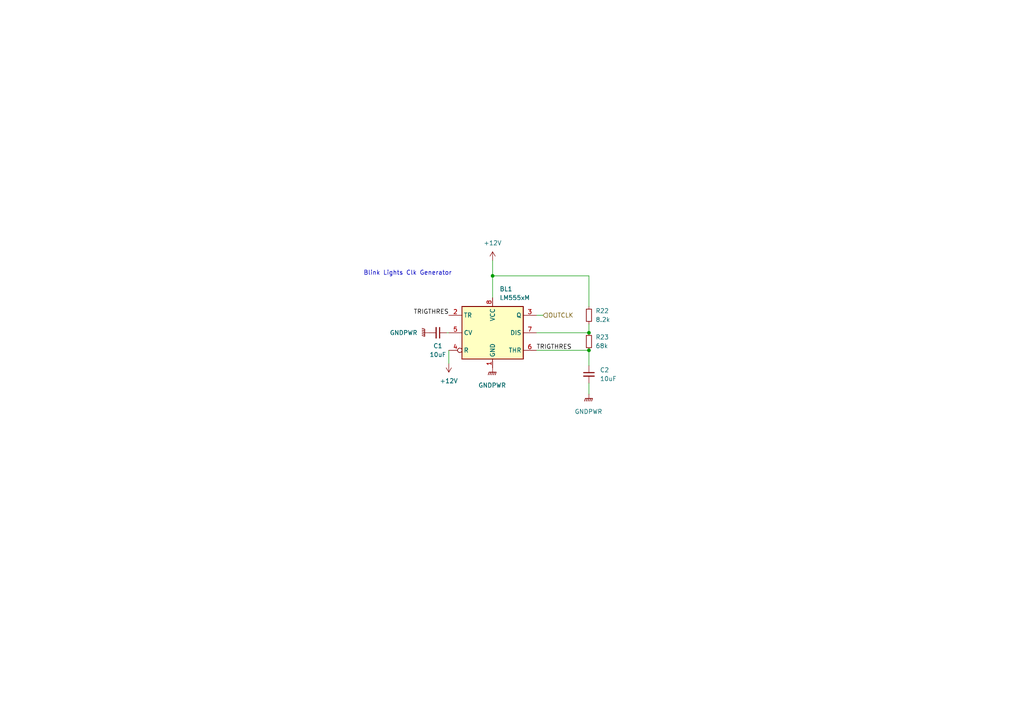
<source format=kicad_sch>
(kicad_sch (version 20211123) (generator eeschema)

  (uuid 95eeee01-7df2-473d-a124-b5fb91aabf07)

  (paper "A4")

  (lib_symbols
    (symbol "Device:C_Small" (pin_numbers hide) (pin_names (offset 0.254) hide) (in_bom yes) (on_board yes)
      (property "Reference" "C" (id 0) (at 0.254 1.778 0)
        (effects (font (size 1.27 1.27)) (justify left))
      )
      (property "Value" "C_Small" (id 1) (at 0.254 -2.032 0)
        (effects (font (size 1.27 1.27)) (justify left))
      )
      (property "Footprint" "" (id 2) (at 0 0 0)
        (effects (font (size 1.27 1.27)) hide)
      )
      (property "Datasheet" "~" (id 3) (at 0 0 0)
        (effects (font (size 1.27 1.27)) hide)
      )
      (property "ki_keywords" "capacitor cap" (id 4) (at 0 0 0)
        (effects (font (size 1.27 1.27)) hide)
      )
      (property "ki_description" "Unpolarized capacitor, small symbol" (id 5) (at 0 0 0)
        (effects (font (size 1.27 1.27)) hide)
      )
      (property "ki_fp_filters" "C_*" (id 6) (at 0 0 0)
        (effects (font (size 1.27 1.27)) hide)
      )
      (symbol "C_Small_0_1"
        (polyline
          (pts
            (xy -1.524 -0.508)
            (xy 1.524 -0.508)
          )
          (stroke (width 0.3302) (type default) (color 0 0 0 0))
          (fill (type none))
        )
        (polyline
          (pts
            (xy -1.524 0.508)
            (xy 1.524 0.508)
          )
          (stroke (width 0.3048) (type default) (color 0 0 0 0))
          (fill (type none))
        )
      )
      (symbol "C_Small_1_1"
        (pin passive line (at 0 2.54 270) (length 2.032)
          (name "~" (effects (font (size 1.27 1.27))))
          (number "1" (effects (font (size 1.27 1.27))))
        )
        (pin passive line (at 0 -2.54 90) (length 2.032)
          (name "~" (effects (font (size 1.27 1.27))))
          (number "2" (effects (font (size 1.27 1.27))))
        )
      )
    )
    (symbol "Device:R_Small" (pin_numbers hide) (pin_names (offset 0.254) hide) (in_bom yes) (on_board yes)
      (property "Reference" "R" (id 0) (at 0.762 0.508 0)
        (effects (font (size 1.27 1.27)) (justify left))
      )
      (property "Value" "R_Small" (id 1) (at 0.762 -1.016 0)
        (effects (font (size 1.27 1.27)) (justify left))
      )
      (property "Footprint" "" (id 2) (at 0 0 0)
        (effects (font (size 1.27 1.27)) hide)
      )
      (property "Datasheet" "~" (id 3) (at 0 0 0)
        (effects (font (size 1.27 1.27)) hide)
      )
      (property "ki_keywords" "R resistor" (id 4) (at 0 0 0)
        (effects (font (size 1.27 1.27)) hide)
      )
      (property "ki_description" "Resistor, small symbol" (id 5) (at 0 0 0)
        (effects (font (size 1.27 1.27)) hide)
      )
      (property "ki_fp_filters" "R_*" (id 6) (at 0 0 0)
        (effects (font (size 1.27 1.27)) hide)
      )
      (symbol "R_Small_0_1"
        (rectangle (start -0.762 1.778) (end 0.762 -1.778)
          (stroke (width 0.2032) (type default) (color 0 0 0 0))
          (fill (type none))
        )
      )
      (symbol "R_Small_1_1"
        (pin passive line (at 0 2.54 270) (length 0.762)
          (name "~" (effects (font (size 1.27 1.27))))
          (number "1" (effects (font (size 1.27 1.27))))
        )
        (pin passive line (at 0 -2.54 90) (length 0.762)
          (name "~" (effects (font (size 1.27 1.27))))
          (number "2" (effects (font (size 1.27 1.27))))
        )
      )
    )
    (symbol "Timer:LM555xM" (in_bom yes) (on_board yes)
      (property "Reference" "U" (id 0) (at -10.16 8.89 0)
        (effects (font (size 1.27 1.27)) (justify left))
      )
      (property "Value" "LM555xM" (id 1) (at 2.54 8.89 0)
        (effects (font (size 1.27 1.27)) (justify left))
      )
      (property "Footprint" "Package_SO:SOIC-8_3.9x4.9mm_P1.27mm" (id 2) (at 21.59 -10.16 0)
        (effects (font (size 1.27 1.27)) hide)
      )
      (property "Datasheet" "http://www.ti.com/lit/ds/symlink/lm555.pdf" (id 3) (at 21.59 -10.16 0)
        (effects (font (size 1.27 1.27)) hide)
      )
      (property "ki_keywords" "single timer 555" (id 4) (at 0 0 0)
        (effects (font (size 1.27 1.27)) hide)
      )
      (property "ki_description" "Timer, 555 compatible, SOIC-8" (id 5) (at 0 0 0)
        (effects (font (size 1.27 1.27)) hide)
      )
      (property "ki_fp_filters" "SOIC*3.9x4.9mm*P1.27mm*" (id 6) (at 0 0 0)
        (effects (font (size 1.27 1.27)) hide)
      )
      (symbol "LM555xM_0_0"
        (pin power_in line (at 0 -10.16 90) (length 2.54)
          (name "GND" (effects (font (size 1.27 1.27))))
          (number "1" (effects (font (size 1.27 1.27))))
        )
        (pin power_in line (at 0 10.16 270) (length 2.54)
          (name "VCC" (effects (font (size 1.27 1.27))))
          (number "8" (effects (font (size 1.27 1.27))))
        )
      )
      (symbol "LM555xM_0_1"
        (rectangle (start -8.89 -7.62) (end 8.89 7.62)
          (stroke (width 0.254) (type default) (color 0 0 0 0))
          (fill (type background))
        )
        (rectangle (start -8.89 -7.62) (end 8.89 7.62)
          (stroke (width 0.254) (type default) (color 0 0 0 0))
          (fill (type background))
        )
      )
      (symbol "LM555xM_1_1"
        (pin input line (at -12.7 5.08 0) (length 3.81)
          (name "TR" (effects (font (size 1.27 1.27))))
          (number "2" (effects (font (size 1.27 1.27))))
        )
        (pin output line (at 12.7 5.08 180) (length 3.81)
          (name "Q" (effects (font (size 1.27 1.27))))
          (number "3" (effects (font (size 1.27 1.27))))
        )
        (pin input inverted (at -12.7 -5.08 0) (length 3.81)
          (name "R" (effects (font (size 1.27 1.27))))
          (number "4" (effects (font (size 1.27 1.27))))
        )
        (pin input line (at -12.7 0 0) (length 3.81)
          (name "CV" (effects (font (size 1.27 1.27))))
          (number "5" (effects (font (size 1.27 1.27))))
        )
        (pin input line (at 12.7 -5.08 180) (length 3.81)
          (name "THR" (effects (font (size 1.27 1.27))))
          (number "6" (effects (font (size 1.27 1.27))))
        )
        (pin input line (at 12.7 0 180) (length 3.81)
          (name "DIS" (effects (font (size 1.27 1.27))))
          (number "7" (effects (font (size 1.27 1.27))))
        )
      )
    )
    (symbol "power:+12V" (power) (pin_names (offset 0)) (in_bom yes) (on_board yes)
      (property "Reference" "#PWR" (id 0) (at 0 -3.81 0)
        (effects (font (size 1.27 1.27)) hide)
      )
      (property "Value" "+12V" (id 1) (at 0 3.556 0)
        (effects (font (size 1.27 1.27)))
      )
      (property "Footprint" "" (id 2) (at 0 0 0)
        (effects (font (size 1.27 1.27)) hide)
      )
      (property "Datasheet" "" (id 3) (at 0 0 0)
        (effects (font (size 1.27 1.27)) hide)
      )
      (property "ki_keywords" "power-flag" (id 4) (at 0 0 0)
        (effects (font (size 1.27 1.27)) hide)
      )
      (property "ki_description" "Power symbol creates a global label with name \"+12V\"" (id 5) (at 0 0 0)
        (effects (font (size 1.27 1.27)) hide)
      )
      (symbol "+12V_0_1"
        (polyline
          (pts
            (xy -0.762 1.27)
            (xy 0 2.54)
          )
          (stroke (width 0) (type default) (color 0 0 0 0))
          (fill (type none))
        )
        (polyline
          (pts
            (xy 0 0)
            (xy 0 2.54)
          )
          (stroke (width 0) (type default) (color 0 0 0 0))
          (fill (type none))
        )
        (polyline
          (pts
            (xy 0 2.54)
            (xy 0.762 1.27)
          )
          (stroke (width 0) (type default) (color 0 0 0 0))
          (fill (type none))
        )
      )
      (symbol "+12V_1_1"
        (pin power_in line (at 0 0 90) (length 0) hide
          (name "+12V" (effects (font (size 1.27 1.27))))
          (number "1" (effects (font (size 1.27 1.27))))
        )
      )
    )
    (symbol "power:GNDPWR" (power) (pin_names (offset 0)) (in_bom yes) (on_board yes)
      (property "Reference" "#PWR" (id 0) (at 0 -5.08 0)
        (effects (font (size 1.27 1.27)) hide)
      )
      (property "Value" "GNDPWR" (id 1) (at 0 -3.302 0)
        (effects (font (size 1.27 1.27)))
      )
      (property "Footprint" "" (id 2) (at 0 -1.27 0)
        (effects (font (size 1.27 1.27)) hide)
      )
      (property "Datasheet" "" (id 3) (at 0 -1.27 0)
        (effects (font (size 1.27 1.27)) hide)
      )
      (property "ki_keywords" "power-flag" (id 4) (at 0 0 0)
        (effects (font (size 1.27 1.27)) hide)
      )
      (property "ki_description" "Power symbol creates a global label with name \"GNDPWR\" , power ground" (id 5) (at 0 0 0)
        (effects (font (size 1.27 1.27)) hide)
      )
      (symbol "GNDPWR_0_1"
        (polyline
          (pts
            (xy 0 -1.27)
            (xy 0 0)
          )
          (stroke (width 0) (type default) (color 0 0 0 0))
          (fill (type none))
        )
        (polyline
          (pts
            (xy -1.016 -1.27)
            (xy -1.27 -2.032)
            (xy -1.27 -2.032)
          )
          (stroke (width 0.2032) (type default) (color 0 0 0 0))
          (fill (type none))
        )
        (polyline
          (pts
            (xy -0.508 -1.27)
            (xy -0.762 -2.032)
            (xy -0.762 -2.032)
          )
          (stroke (width 0.2032) (type default) (color 0 0 0 0))
          (fill (type none))
        )
        (polyline
          (pts
            (xy 0 -1.27)
            (xy -0.254 -2.032)
            (xy -0.254 -2.032)
          )
          (stroke (width 0.2032) (type default) (color 0 0 0 0))
          (fill (type none))
        )
        (polyline
          (pts
            (xy 0.508 -1.27)
            (xy 0.254 -2.032)
            (xy 0.254 -2.032)
          )
          (stroke (width 0.2032) (type default) (color 0 0 0 0))
          (fill (type none))
        )
        (polyline
          (pts
            (xy 1.016 -1.27)
            (xy -1.016 -1.27)
            (xy -1.016 -1.27)
          )
          (stroke (width 0.2032) (type default) (color 0 0 0 0))
          (fill (type none))
        )
        (polyline
          (pts
            (xy 1.016 -1.27)
            (xy 0.762 -2.032)
            (xy 0.762 -2.032)
            (xy 0.762 -2.032)
          )
          (stroke (width 0.2032) (type default) (color 0 0 0 0))
          (fill (type none))
        )
      )
      (symbol "GNDPWR_1_1"
        (pin power_in line (at 0 0 270) (length 0) hide
          (name "GNDPWR" (effects (font (size 1.27 1.27))))
          (number "1" (effects (font (size 1.27 1.27))))
        )
      )
    )
  )

  (junction (at 142.875 80.01) (diameter 0) (color 0 0 0 0)
    (uuid 046aa560-758c-4f60-b2bb-3b07b79206b8)
  )
  (junction (at 170.815 101.6) (diameter 0) (color 0 0 0 0)
    (uuid 5173ed7b-de2e-4ff3-8ff1-6b6d4d70f758)
  )
  (junction (at 170.815 96.52) (diameter 0) (color 0 0 0 0)
    (uuid bbb09089-812b-4e3d-a6b3-20bdfc104848)
  )

  (wire (pts (xy 129.54 96.52) (xy 130.175 96.52))
    (stroke (width 0) (type default) (color 0 0 0 0))
    (uuid 18e17f2c-d315-4563-ad4c-4e43c46d8776)
  )
  (wire (pts (xy 170.815 101.6) (xy 170.815 106.045))
    (stroke (width 0) (type default) (color 0 0 0 0))
    (uuid 37b09ca4-346c-4a4b-a977-f1c64c7d53a3)
  )
  (wire (pts (xy 170.815 80.01) (xy 170.815 88.9))
    (stroke (width 0) (type default) (color 0 0 0 0))
    (uuid 3e35c77d-3e3b-4c1e-b3cb-8b35e65d1a04)
  )
  (wire (pts (xy 130.175 105.41) (xy 130.175 101.6))
    (stroke (width 0) (type default) (color 0 0 0 0))
    (uuid 6e5513e2-f1a2-4bdc-96f5-6aa8c8c2b6f4)
  )
  (wire (pts (xy 155.575 91.44) (xy 157.48 91.44))
    (stroke (width 0) (type default) (color 0 0 0 0))
    (uuid 797acfc3-df2b-44ce-88cd-8b2235fe4ef7)
  )
  (wire (pts (xy 142.875 80.01) (xy 142.875 86.36))
    (stroke (width 0) (type default) (color 0 0 0 0))
    (uuid a2a21856-c44a-435c-9c35-76617adea21a)
  )
  (wire (pts (xy 142.875 75.565) (xy 142.875 80.01))
    (stroke (width 0) (type default) (color 0 0 0 0))
    (uuid bdfde0a9-030c-4934-bbda-047d7323e1c0)
  )
  (wire (pts (xy 155.575 101.6) (xy 170.815 101.6))
    (stroke (width 0) (type default) (color 0 0 0 0))
    (uuid ce535b0a-a359-4cff-a569-84905c7e7887)
  )
  (wire (pts (xy 155.575 96.52) (xy 170.815 96.52))
    (stroke (width 0) (type default) (color 0 0 0 0))
    (uuid e50be993-6d79-4698-905c-99858c69f4cd)
  )
  (wire (pts (xy 170.815 93.98) (xy 170.815 96.52))
    (stroke (width 0) (type default) (color 0 0 0 0))
    (uuid e9d12209-1aea-487d-b118-ee6224d74772)
  )
  (wire (pts (xy 170.815 111.125) (xy 170.815 114.3))
    (stroke (width 0) (type default) (color 0 0 0 0))
    (uuid eb695eb4-6232-468a-9cb2-6072fcb1ffab)
  )
  (wire (pts (xy 170.815 80.01) (xy 142.875 80.01))
    (stroke (width 0) (type default) (color 0 0 0 0))
    (uuid f043f3fe-d50e-4df3-bffa-536ba90d772d)
  )

  (text "Blink Lights Clk Generator\n" (at 105.41 80.01 0)
    (effects (font (size 1.27 1.27)) (justify left bottom))
    (uuid e7c779d7-6d94-48fa-b8f4-55a389de7e70)
  )

  (label "TRIGTHRES" (at 155.575 101.6 0)
    (effects (font (size 1.27 1.27)) (justify left bottom))
    (uuid fcf70d27-bde7-4be1-b2de-dda1d9d3afa6)
  )
  (label "TRIGTHRES" (at 130.175 91.44 180)
    (effects (font (size 1.27 1.27)) (justify right bottom))
    (uuid fd7cebb5-0855-4f03-b77a-a89eb7c31fc4)
  )

  (hierarchical_label "OUTCLK" (shape input) (at 157.48 91.44 0)
    (effects (font (size 1.27 1.27)) (justify left))
    (uuid 1a5f74ed-225c-41f0-b055-1ee194e05c87)
  )

  (symbol (lib_id "Device:R_Small") (at 170.815 91.44 0) (unit 1)
    (in_bom yes) (on_board yes) (fields_autoplaced)
    (uuid 0078711c-2828-4067-9d22-cdd5a6bb45cf)
    (property "Reference" "R22" (id 0) (at 172.72 90.1699 0)
      (effects (font (size 1.27 1.27)) (justify left))
    )
    (property "Value" "8.2k" (id 1) (at 172.72 92.7099 0)
      (effects (font (size 1.27 1.27)) (justify left))
    )
    (property "Footprint" "Resistor_SMD:R_0805_2012Metric" (id 2) (at 170.815 91.44 0)
      (effects (font (size 1.27 1.27)) hide)
    )
    (property "Datasheet" "~" (id 3) (at 170.815 91.44 0)
      (effects (font (size 1.27 1.27)) hide)
    )
    (pin "1" (uuid 3f191b46-5705-4fb0-a407-b651b952f519))
    (pin "2" (uuid 93ae7f90-1f2d-4980-b62b-1f8b674ee10c))
  )

  (symbol (lib_id "power:GNDPWR") (at 142.875 106.68 0) (unit 1)
    (in_bom yes) (on_board yes) (fields_autoplaced)
    (uuid 06afee7a-1a46-464e-962d-05d3d9fb768a)
    (property "Reference" "#PWR?" (id 0) (at 142.875 111.76 0)
      (effects (font (size 1.27 1.27)) hide)
    )
    (property "Value" "GNDPWR" (id 1) (at 142.748 111.76 0))
    (property "Footprint" "" (id 2) (at 142.875 107.95 0)
      (effects (font (size 1.27 1.27)) hide)
    )
    (property "Datasheet" "" (id 3) (at 142.875 107.95 0)
      (effects (font (size 1.27 1.27)) hide)
    )
    (pin "1" (uuid e58b7be1-a7ca-446e-9ab8-b14f063f3466))
  )

  (symbol (lib_id "Device:C_Small") (at 127 96.52 270) (unit 1)
    (in_bom yes) (on_board yes)
    (uuid 17ed4217-c54b-49dd-8a98-cab3fda5c87a)
    (property "Reference" "C1" (id 0) (at 127 100.33 90))
    (property "Value" "10uF" (id 1) (at 127 102.87 90))
    (property "Footprint" "Capacitor_SMD:C_0805_2012Metric" (id 2) (at 127 96.52 0)
      (effects (font (size 1.27 1.27)) hide)
    )
    (property "Datasheet" "~" (id 3) (at 127 96.52 0)
      (effects (font (size 1.27 1.27)) hide)
    )
    (pin "1" (uuid 730ec6c5-2562-46e3-94b9-a0bf877a5805))
    (pin "2" (uuid 96496edb-9cd1-4ede-9443-9e8a998cff1d))
  )

  (symbol (lib_id "Device:R_Small") (at 170.815 99.06 180) (unit 1)
    (in_bom yes) (on_board yes) (fields_autoplaced)
    (uuid 5c8803fe-ff72-4dee-86b7-dc994a7e51e8)
    (property "Reference" "R23" (id 0) (at 172.72 97.7899 0)
      (effects (font (size 1.27 1.27)) (justify right))
    )
    (property "Value" "68k" (id 1) (at 172.72 100.3299 0)
      (effects (font (size 1.27 1.27)) (justify right))
    )
    (property "Footprint" "Resistor_SMD:R_0805_2012Metric" (id 2) (at 170.815 99.06 0)
      (effects (font (size 1.27 1.27)) hide)
    )
    (property "Datasheet" "~" (id 3) (at 170.815 99.06 0)
      (effects (font (size 1.27 1.27)) hide)
    )
    (pin "1" (uuid 2bd77448-3455-4bb3-8f83-5e64d8be5446))
    (pin "2" (uuid d8cd4d0e-0850-4285-be2c-3da15016cfb3))
  )

  (symbol (lib_id "power:GNDPWR") (at 170.815 114.3 0) (unit 1)
    (in_bom yes) (on_board yes) (fields_autoplaced)
    (uuid 7ed4960e-7f5c-4125-83a7-1b3af2e3ea45)
    (property "Reference" "#PWR?" (id 0) (at 170.815 119.38 0)
      (effects (font (size 1.27 1.27)) hide)
    )
    (property "Value" "GNDPWR" (id 1) (at 170.688 119.38 0))
    (property "Footprint" "" (id 2) (at 170.815 115.57 0)
      (effects (font (size 1.27 1.27)) hide)
    )
    (property "Datasheet" "" (id 3) (at 170.815 115.57 0)
      (effects (font (size 1.27 1.27)) hide)
    )
    (pin "1" (uuid c4359e73-3b2f-4d9f-81af-bffdc70ff2a0))
  )

  (symbol (lib_id "Device:C_Small") (at 170.815 108.585 0) (unit 1)
    (in_bom yes) (on_board yes) (fields_autoplaced)
    (uuid 88c2348f-ed29-4acf-81c5-488c5335cd7a)
    (property "Reference" "C2" (id 0) (at 173.99 107.3212 0)
      (effects (font (size 1.27 1.27)) (justify left))
    )
    (property "Value" "10uF" (id 1) (at 173.99 109.8612 0)
      (effects (font (size 1.27 1.27)) (justify left))
    )
    (property "Footprint" "Capacitor_SMD:C_0805_2012Metric" (id 2) (at 170.815 108.585 0)
      (effects (font (size 1.27 1.27)) hide)
    )
    (property "Datasheet" "~" (id 3) (at 170.815 108.585 0)
      (effects (font (size 1.27 1.27)) hide)
    )
    (pin "1" (uuid 216ae7a8-eea8-4e3c-9de9-c9d1ede41f58))
    (pin "2" (uuid 2cb12a62-bf1e-4aff-84f6-999eb44787d9))
  )

  (symbol (lib_id "Timer:LM555xM") (at 142.875 96.52 0) (unit 1)
    (in_bom yes) (on_board yes) (fields_autoplaced)
    (uuid 9852dc64-2369-46d6-8479-49b141c131ab)
    (property "Reference" "BL1" (id 0) (at 144.8944 83.82 0)
      (effects (font (size 1.27 1.27)) (justify left))
    )
    (property "Value" "LM555xM" (id 1) (at 144.8944 86.36 0)
      (effects (font (size 1.27 1.27)) (justify left))
    )
    (property "Footprint" "Package_SO:SOIC-8_3.9x4.9mm_P1.27mm" (id 2) (at 164.465 106.68 0)
      (effects (font (size 1.27 1.27)) hide)
    )
    (property "Datasheet" "http://www.ti.com/lit/ds/symlink/lm555.pdf" (id 3) (at 164.465 106.68 0)
      (effects (font (size 1.27 1.27)) hide)
    )
    (pin "1" (uuid afe3092d-5079-4b0f-b671-1846cd5feb1c))
    (pin "8" (uuid bc1aa9e8-f3f1-47d9-a88c-9cdb79028876))
    (pin "2" (uuid 717e7dc5-3059-404c-8eae-211b6d9cc025))
    (pin "3" (uuid d68e7fac-2fa2-4a15-95d1-f391b57feba6))
    (pin "4" (uuid b29e8bd3-3337-45db-8b7f-17d894d9ca52))
    (pin "5" (uuid 842372a4-6196-4e2d-a29e-fa71551acf7c))
    (pin "6" (uuid b692bc1c-a3f2-4723-a892-b961da67a89b))
    (pin "7" (uuid d7a074c4-b0e9-4ff1-b892-dd96b04b49ce))
  )

  (symbol (lib_id "power:+12V") (at 142.875 75.565 0) (unit 1)
    (in_bom yes) (on_board yes) (fields_autoplaced)
    (uuid eb239daf-a187-43f4-a658-4cb7855f22c3)
    (property "Reference" "#PWR?" (id 0) (at 142.875 79.375 0)
      (effects (font (size 1.27 1.27)) hide)
    )
    (property "Value" "+12V" (id 1) (at 142.875 70.485 0))
    (property "Footprint" "" (id 2) (at 142.875 75.565 0)
      (effects (font (size 1.27 1.27)) hide)
    )
    (property "Datasheet" "" (id 3) (at 142.875 75.565 0)
      (effects (font (size 1.27 1.27)) hide)
    )
    (pin "1" (uuid 11945b21-2e5a-4351-8855-c5e57458f0ce))
  )

  (symbol (lib_id "power:GNDPWR") (at 124.46 96.52 270) (unit 1)
    (in_bom yes) (on_board yes)
    (uuid f117c94b-501e-40fd-a85b-1e1b8f425d54)
    (property "Reference" "#PWR?" (id 0) (at 119.38 96.52 0)
      (effects (font (size 1.27 1.27)) hide)
    )
    (property "Value" "GNDPWR" (id 1) (at 113.03 96.52 90)
      (effects (font (size 1.27 1.27)) (justify left))
    )
    (property "Footprint" "" (id 2) (at 123.19 96.52 0)
      (effects (font (size 1.27 1.27)) hide)
    )
    (property "Datasheet" "" (id 3) (at 123.19 96.52 0)
      (effects (font (size 1.27 1.27)) hide)
    )
    (pin "1" (uuid 1e0b4d99-1bb2-4946-ac53-b6ed297a6ba5))
  )

  (symbol (lib_id "power:+12V") (at 130.175 105.41 180) (unit 1)
    (in_bom yes) (on_board yes) (fields_autoplaced)
    (uuid fe0a1f08-beb4-4cc9-9d06-12ec70fc5c76)
    (property "Reference" "#PWR?" (id 0) (at 130.175 101.6 0)
      (effects (font (size 1.27 1.27)) hide)
    )
    (property "Value" "+12V" (id 1) (at 130.175 110.49 0))
    (property "Footprint" "" (id 2) (at 130.175 105.41 0)
      (effects (font (size 1.27 1.27)) hide)
    )
    (property "Datasheet" "" (id 3) (at 130.175 105.41 0)
      (effects (font (size 1.27 1.27)) hide)
    )
    (pin "1" (uuid 690df4dd-3780-45c8-a995-dcae244373b4))
  )
)

</source>
